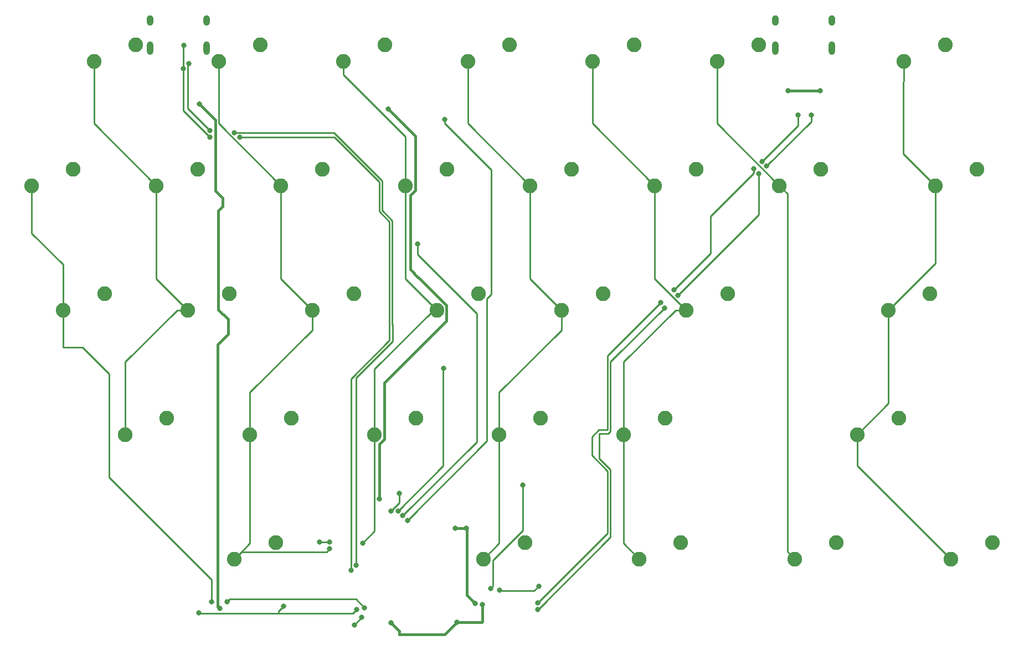
<source format=gbr>
%TF.GenerationSoftware,KiCad,Pcbnew,(5.1.10-1-10_14)*%
%TF.CreationDate,2022-06-17T19:42:32+09:00*%
%TF.ProjectId,pcb-right,7063622d-7269-4676-9874-2e6b69636164,rev?*%
%TF.SameCoordinates,Original*%
%TF.FileFunction,Copper,L1,Top*%
%TF.FilePolarity,Positive*%
%FSLAX46Y46*%
G04 Gerber Fmt 4.6, Leading zero omitted, Abs format (unit mm)*
G04 Created by KiCad (PCBNEW (5.1.10-1-10_14)) date 2022-06-17 19:42:32*
%MOMM*%
%LPD*%
G01*
G04 APERTURE LIST*
%TA.AperFunction,ComponentPad*%
%ADD10C,2.250000*%
%TD*%
%TA.AperFunction,ComponentPad*%
%ADD11O,1.000000X2.100000*%
%TD*%
%TA.AperFunction,ComponentPad*%
%ADD12O,1.000000X1.600000*%
%TD*%
%TA.AperFunction,ViaPad*%
%ADD13C,0.800000*%
%TD*%
%TA.AperFunction,Conductor*%
%ADD14C,0.381000*%
%TD*%
%TA.AperFunction,Conductor*%
%ADD15C,0.250000*%
%TD*%
G04 APERTURE END LIST*
D10*
%TO.P,MX25,2*%
%TO.N,Net-(D25-Pad2)*%
X123190000Y-97313750D03*
%TO.P,MX25,1*%
%TO.N,col5*%
X116840000Y-99853750D03*
%TD*%
%TO.P,MX23,2*%
%TO.N,Net-(D23-Pad2)*%
X130333750Y-59213750D03*
%TO.P,MX23,1*%
%TO.N,col5*%
X123983750Y-61753750D03*
%TD*%
%TO.P,MX32,2*%
%TO.N,Net-(D32-Pad2)*%
X156527500Y-78263750D03*
%TO.P,MX32,1*%
%TO.N,col7*%
X150177500Y-80803750D03*
%TD*%
%TO.P,MX33,2*%
%TO.N,Net-(D33-Pad2)*%
X170815000Y-97313750D03*
%TO.P,MX33,1*%
%TO.N,col7*%
X164465000Y-99853750D03*
%TD*%
%TO.P,MX28,2*%
%TO.N,Net-(D28-Pad2)*%
X147002500Y-97313750D03*
%TO.P,MX28,1*%
%TO.N,col6*%
X140652500Y-99853750D03*
%TD*%
%TO.P,MX20,2*%
%TO.N,Net-(D20-Pad2)*%
X99377500Y-97313750D03*
%TO.P,MX20,1*%
%TO.N,col4*%
X93027500Y-99853750D03*
%TD*%
D11*
%TO.P,USB2,13*%
%TO.N,GND*%
X42035000Y-21639000D03*
X50675000Y-21639000D03*
D12*
X42035000Y-17459000D03*
X50675000Y-17459000D03*
%TD*%
D11*
%TO.P,USB1,13*%
%TO.N,GND*%
X137666000Y-21639000D03*
X146306000Y-21639000D03*
D12*
X137666000Y-17459000D03*
X146306000Y-17459000D03*
%TD*%
D10*
%TO.P,MX31,2*%
%TO.N,Net-(D31-Pad2)*%
X161290000Y-59213750D03*
%TO.P,MX31,1*%
%TO.N,col7*%
X154940000Y-61753750D03*
%TD*%
%TO.P,MX30,2*%
%TO.N,Net-(D30-Pad2)*%
X168433750Y-40163750D03*
%TO.P,MX30,1*%
%TO.N,col7*%
X162083750Y-42703750D03*
%TD*%
%TO.P,MX29,2*%
%TO.N,Net-(D29-Pad2)*%
X163671250Y-21113750D03*
%TO.P,MX29,1*%
%TO.N,col7*%
X157321250Y-23653750D03*
%TD*%
%TO.P,MX27,2*%
%TO.N,Net-(D27-Pad2)*%
X144621250Y-40163750D03*
%TO.P,MX27,1*%
%TO.N,col6*%
X138271250Y-42703750D03*
%TD*%
%TO.P,MX26,2*%
%TO.N,Net-(D26-Pad2)*%
X135096250Y-21113750D03*
%TO.P,MX26,1*%
%TO.N,col6*%
X128746250Y-23653750D03*
%TD*%
%TO.P,MX24,2*%
%TO.N,Net-(D24-Pad2)*%
X120808750Y-78263750D03*
%TO.P,MX24,1*%
%TO.N,col5*%
X114458750Y-80803750D03*
%TD*%
%TO.P,MX22,2*%
%TO.N,Net-(D22-Pad2)*%
X125571250Y-40163750D03*
%TO.P,MX22,1*%
%TO.N,col5*%
X119221250Y-42703750D03*
%TD*%
%TO.P,MX21,2*%
%TO.N,Net-(D21-Pad2)*%
X116046250Y-21113750D03*
%TO.P,MX21,1*%
%TO.N,col5*%
X109696250Y-23653750D03*
%TD*%
%TO.P,MX19,2*%
%TO.N,Net-(D19-Pad2)*%
X101758750Y-78263750D03*
%TO.P,MX19,1*%
%TO.N,col4*%
X95408750Y-80803750D03*
%TD*%
%TO.P,MX18,2*%
%TO.N,Net-(D18-Pad2)*%
X111283750Y-59213750D03*
%TO.P,MX18,1*%
%TO.N,col4*%
X104933750Y-61753750D03*
%TD*%
%TO.P,MX17,2*%
%TO.N,Net-(D17-Pad2)*%
X106521250Y-40163750D03*
%TO.P,MX17,1*%
%TO.N,col4*%
X100171250Y-42703750D03*
%TD*%
%TO.P,MX16,2*%
%TO.N,Net-(D16-Pad2)*%
X96996250Y-21113750D03*
%TO.P,MX16,1*%
%TO.N,col4*%
X90646250Y-23653750D03*
%TD*%
%TO.P,MX15,2*%
%TO.N,Net-(D15-Pad2)*%
X82708750Y-78263750D03*
%TO.P,MX15,1*%
%TO.N,col3*%
X76358750Y-80803750D03*
%TD*%
%TO.P,MX14,2*%
%TO.N,Net-(D14-Pad2)*%
X92233750Y-59213750D03*
%TO.P,MX14,1*%
%TO.N,col3*%
X85883750Y-61753750D03*
%TD*%
%TO.P,MX13,2*%
%TO.N,Net-(D13-Pad2)*%
X87471250Y-40163750D03*
%TO.P,MX13,1*%
%TO.N,col3*%
X81121250Y-42703750D03*
%TD*%
%TO.P,MX12,2*%
%TO.N,Net-(D12-Pad2)*%
X77946250Y-21113750D03*
%TO.P,MX12,1*%
%TO.N,col3*%
X71596250Y-23653750D03*
%TD*%
%TO.P,MX11,2*%
%TO.N,Net-(D11-Pad2)*%
X61277500Y-97313750D03*
%TO.P,MX11,1*%
%TO.N,col2*%
X54927500Y-99853750D03*
%TD*%
%TO.P,MX10,2*%
%TO.N,Net-(D10-Pad2)*%
X63658750Y-78263750D03*
%TO.P,MX10,1*%
%TO.N,col2*%
X57308750Y-80803750D03*
%TD*%
%TO.P,MX9,2*%
%TO.N,Net-(D9-Pad2)*%
X73183750Y-59213750D03*
%TO.P,MX9,1*%
%TO.N,col2*%
X66833750Y-61753750D03*
%TD*%
%TO.P,MX8,2*%
%TO.N,Net-(D8-Pad2)*%
X68421250Y-40163750D03*
%TO.P,MX8,1*%
%TO.N,col2*%
X62071250Y-42703750D03*
%TD*%
%TO.P,MX7,2*%
%TO.N,Net-(D7-Pad2)*%
X58896250Y-21113750D03*
%TO.P,MX7,1*%
%TO.N,col2*%
X52546250Y-23653750D03*
%TD*%
%TO.P,MX6,2*%
%TO.N,Net-(D6-Pad2)*%
X44608750Y-78263750D03*
%TO.P,MX6,1*%
%TO.N,col1*%
X38258750Y-80803750D03*
%TD*%
%TO.P,MX5,2*%
%TO.N,Net-(D5-Pad2)*%
X54133750Y-59213750D03*
%TO.P,MX5,1*%
%TO.N,col1*%
X47783750Y-61753750D03*
%TD*%
%TO.P,MX4,2*%
%TO.N,Net-(D4-Pad2)*%
X49371250Y-40163750D03*
%TO.P,MX4,1*%
%TO.N,col1*%
X43021250Y-42703750D03*
%TD*%
%TO.P,MX3,2*%
%TO.N,Net-(D3-Pad2)*%
X39846250Y-21113750D03*
%TO.P,MX3,1*%
%TO.N,col1*%
X33496250Y-23653750D03*
%TD*%
%TO.P,MX2,2*%
%TO.N,Net-(D2-Pad2)*%
X35083750Y-59213750D03*
%TO.P,MX2,1*%
%TO.N,col0*%
X28733750Y-61753750D03*
%TD*%
%TO.P,MX1,2*%
%TO.N,Net-(D1-Pad2)*%
X30321250Y-40163750D03*
%TO.P,MX1,1*%
%TO.N,col0*%
X23971250Y-42703750D03*
%TD*%
D13*
%TO.N,GND*%
X49558500Y-30197500D03*
X52705000Y-107442000D03*
%TO.N,+5V*%
X91792089Y-106672419D03*
X88945254Y-109519254D03*
X92837000Y-106807000D03*
X90421740Y-95120740D03*
X88706240Y-95120740D03*
X77089000Y-90678000D03*
X78486000Y-30988000D03*
X78867000Y-109601000D03*
X139573000Y-28194000D03*
X144526000Y-28194000D03*
%TO.N,row1*%
X80694113Y-93228176D03*
X82963750Y-51656250D03*
%TO.N,row2*%
X79969113Y-92489500D03*
X86900750Y-70706250D03*
%TO.N,row0*%
X81419113Y-93957648D03*
X87089250Y-32606250D03*
%TO.N,row3*%
X80137000Y-89789000D03*
X78930103Y-92500813D03*
%TO.N,row4*%
X74445871Y-108810500D03*
X73327935Y-109933065D03*
%TO.N,col0*%
X51435000Y-106426000D03*
X53848000Y-106426000D03*
X74867355Y-107359750D03*
%TO.N,col1*%
X69519749Y-97282000D03*
X67938749Y-97282000D03*
%TO.N,col2*%
X69519749Y-98298000D03*
%TO.N,col3*%
X74549000Y-97409000D03*
%TO.N,col6*%
X101473000Y-104013000D03*
X95504000Y-104648000D03*
%TO.N,col7*%
X99060000Y-88519000D03*
X94102347Y-104357000D03*
%TO.N,Net-(R5-Pad1)*%
X141097000Y-31881250D03*
X135608903Y-39016097D03*
X134366000Y-40132000D03*
X122174000Y-58674000D03*
X120142000Y-60579000D03*
X101346000Y-106553000D03*
%TO.N,Net-(R6-Pad1)*%
X143129000Y-31877000D03*
X136316011Y-39723206D03*
X135087052Y-40840569D03*
X122748095Y-59492789D03*
X120696701Y-61411051D03*
X101346000Y-107569000D03*
%TO.N,Net-(R7-Pad2)*%
X73660000Y-107569000D03*
X49530000Y-108077000D03*
X62490669Y-107067669D03*
%TO.N,SD-*%
X73533000Y-100838000D03*
X54963903Y-34571097D03*
X51215273Y-34255727D03*
X48014500Y-24028624D03*
%TO.N,SD+*%
X47117000Y-24804942D03*
X51240240Y-35306000D03*
X55753000Y-35306000D03*
X72771000Y-101600000D03*
X47255709Y-21259308D03*
%TD*%
D14*
%TO.N,GND*%
X53978151Y-65438263D02*
X52391999Y-67024415D01*
X53978151Y-63149237D02*
X53978151Y-65438263D01*
X53176751Y-45851191D02*
X52518691Y-46509251D01*
X52518691Y-61689777D02*
X53978151Y-63149237D01*
X52030740Y-32669740D02*
X52030740Y-43490298D01*
X53176751Y-44636309D02*
X53176751Y-45851191D01*
X52391999Y-67024415D02*
X52391999Y-107128999D01*
X52030740Y-43490298D02*
X53176751Y-44636309D01*
X52391999Y-107128999D02*
X52705000Y-107442000D01*
X52518691Y-46509251D02*
X52518691Y-61689777D01*
X49558500Y-30197500D02*
X52030740Y-32669740D01*
%TO.N,+5V*%
X80137000Y-111379000D02*
X87085508Y-111379000D01*
X90491999Y-99508999D02*
X90464878Y-99481878D01*
X90491999Y-105372329D02*
X90491999Y-99508999D01*
X91792089Y-106672419D02*
X90491999Y-105372329D01*
X88706240Y-95120740D02*
X88804250Y-95218750D01*
X87085508Y-111379000D02*
X88945254Y-109519254D01*
X92755254Y-109519254D02*
X88945254Y-109519254D01*
X92837000Y-109437508D02*
X92755254Y-109519254D01*
X92837000Y-106807000D02*
X92837000Y-109437508D01*
X88706240Y-95120740D02*
X90421740Y-95120740D01*
X90491999Y-95190999D02*
X90491999Y-99508999D01*
X90421740Y-95120740D02*
X90491999Y-95190999D01*
X87399251Y-61026309D02*
X83141942Y-56769000D01*
X77089000Y-90678000D02*
X77089000Y-82316442D01*
X87399251Y-63381191D02*
X87399251Y-61026309D01*
X77874251Y-72906191D02*
X87399251Y-63381191D01*
X77874251Y-81531191D02*
X77874251Y-72906191D01*
X77089000Y-82316442D02*
X77874251Y-81531191D01*
X83141942Y-56769000D02*
X83058000Y-56769000D01*
X82636751Y-35138751D02*
X78486000Y-30988000D01*
X82636751Y-43431191D02*
X82636751Y-35138751D01*
X81848691Y-44219251D02*
X82636751Y-43431191D01*
X81848691Y-55559691D02*
X81848691Y-44219251D01*
X83058000Y-56769000D02*
X81848691Y-55559691D01*
X80137000Y-110871000D02*
X78867000Y-109601000D01*
X80137000Y-111379000D02*
X80137000Y-110871000D01*
X139573000Y-28194000D02*
X144526000Y-28194000D01*
D15*
%TO.N,row1*%
X92012651Y-81909638D02*
X92012651Y-62294651D01*
X80694113Y-93228176D02*
X92012651Y-81909638D01*
X92012651Y-62294651D02*
X82931000Y-53213000D01*
X82931000Y-53213000D02*
X82931000Y-51689000D01*
X82931000Y-51689000D02*
X82963750Y-51656250D01*
%TO.N,row2*%
X86868000Y-70739000D02*
X86900750Y-70706250D01*
X86868000Y-85590613D02*
X86868000Y-70739000D01*
X79969113Y-92489500D02*
X86868000Y-85590613D01*
%TO.N,row0*%
X94234000Y-59359502D02*
X94234000Y-40259000D01*
X93573749Y-81803012D02*
X93573749Y-60019753D01*
X93573749Y-60019753D02*
X94234000Y-59359502D01*
X81419113Y-93957648D02*
X93573749Y-81803012D01*
X94234000Y-40259000D02*
X87122000Y-33147000D01*
X87122000Y-32639000D02*
X87089250Y-32606250D01*
X87122000Y-33147000D02*
X87122000Y-32639000D01*
%TO.N,row3*%
X80137000Y-91293916D02*
X78930103Y-92500813D01*
X80137000Y-89789000D02*
X80137000Y-91293916D01*
%TO.N,row4*%
X74445871Y-108815129D02*
X73327935Y-109933065D01*
X74445871Y-108810500D02*
X74445871Y-108815129D01*
%TO.N,col0*%
X23971250Y-42703750D02*
X23971250Y-50006250D01*
X28733750Y-54768750D02*
X28733750Y-61753750D01*
X23971250Y-50006250D02*
X28733750Y-54768750D01*
X73533606Y-106026001D02*
X74867355Y-107359750D01*
X54247999Y-106026001D02*
X73533606Y-106026001D01*
X53848000Y-106426000D02*
X54247999Y-106026001D01*
X51435000Y-102997000D02*
X51435000Y-106426000D01*
X35788749Y-71507499D02*
X35788749Y-87350749D01*
X28733750Y-61753750D02*
X28733750Y-67468750D01*
X28733750Y-67468750D02*
X31750000Y-67468750D01*
X35788749Y-87350749D02*
X51435000Y-102997000D01*
X31750000Y-67468750D02*
X35788749Y-71507499D01*
%TO.N,col1*%
X33496250Y-33178750D02*
X43021250Y-42703750D01*
X33496250Y-23653750D02*
X33496250Y-33178750D01*
X43021250Y-56991250D02*
X47783750Y-61753750D01*
X43021250Y-42703750D02*
X43021250Y-56991250D01*
X38258750Y-69687760D02*
X38258750Y-80803750D01*
X46192760Y-61753750D02*
X38258750Y-69687760D01*
X47783750Y-61753750D02*
X46192760Y-61753750D01*
X69519749Y-97282000D02*
X67938749Y-97282000D01*
%TO.N,col2*%
X52546250Y-33178750D02*
X62071250Y-42703750D01*
X52546250Y-23653750D02*
X52546250Y-33178750D01*
X62071250Y-56991250D02*
X66833750Y-61753750D01*
X62071250Y-42703750D02*
X62071250Y-56991250D01*
X57308750Y-74324752D02*
X57308750Y-80803750D01*
X66833750Y-64799752D02*
X57308750Y-74324752D01*
X66833750Y-61753750D02*
X66833750Y-64799752D01*
X57308750Y-97472500D02*
X54927500Y-99853750D01*
X57308750Y-80803750D02*
X57308750Y-97472500D01*
X56017499Y-98763751D02*
X54927500Y-99853750D01*
X69053998Y-98763751D02*
X56017499Y-98763751D01*
X69519749Y-98298000D02*
X69053998Y-98763751D01*
%TO.N,col3*%
X85377748Y-61753750D02*
X85883750Y-61753750D01*
X76358750Y-70772748D02*
X85377748Y-61753750D01*
X76358750Y-80803750D02*
X76358750Y-70772748D01*
X81121250Y-56991250D02*
X81121250Y-42703750D01*
X85883750Y-61753750D02*
X81121250Y-56991250D01*
X71596250Y-25687748D02*
X71596250Y-23653750D01*
X81121250Y-35212748D02*
X71596250Y-25687748D01*
X81121250Y-42703750D02*
X81121250Y-35212748D01*
X76358750Y-95599250D02*
X74549000Y-97409000D01*
X76358750Y-80803750D02*
X76358750Y-95599250D01*
%TO.N,col4*%
X90646250Y-33178750D02*
X100171250Y-42703750D01*
X90646250Y-23653750D02*
X90646250Y-33178750D01*
X100171250Y-56991250D02*
X104933750Y-61753750D01*
X100171250Y-42703750D02*
X100171250Y-56991250D01*
X104933750Y-64799752D02*
X95408750Y-74324752D01*
X95408750Y-74324752D02*
X95408750Y-80803750D01*
X104933750Y-61753750D02*
X104933750Y-64799752D01*
X95408750Y-97472500D02*
X93027500Y-99853750D01*
X95408750Y-80803750D02*
X95408750Y-97472500D01*
%TO.N,col5*%
X109696250Y-33178750D02*
X119221250Y-42703750D01*
X109696250Y-23653750D02*
X109696250Y-33178750D01*
X119221250Y-56991250D02*
X123983750Y-61753750D01*
X119221250Y-42703750D02*
X119221250Y-56991250D01*
X114458750Y-69687760D02*
X114458750Y-80803750D01*
X122392760Y-61753750D02*
X114458750Y-69687760D01*
X123983750Y-61753750D02*
X122392760Y-61753750D01*
X114458750Y-97472500D02*
X116840000Y-99853750D01*
X114458750Y-80803750D02*
X114458750Y-97472500D01*
%TO.N,col6*%
X139527501Y-43960001D02*
X138271250Y-42703750D01*
X139527501Y-98728751D02*
X139527501Y-43960001D01*
X140652500Y-99853750D02*
X139527501Y-98728751D01*
X138271250Y-42703750D02*
X128778000Y-33210500D01*
X128778000Y-23685500D02*
X128746250Y-23653750D01*
X128778000Y-33210500D02*
X128778000Y-23685500D01*
X95568651Y-104712651D02*
X95504000Y-104648000D01*
X100773349Y-104712651D02*
X95568651Y-104712651D01*
X101473000Y-104013000D02*
X100773349Y-104712651D01*
%TO.N,col7*%
X154940000Y-76041250D02*
X154940000Y-61753750D01*
X150177500Y-80803750D02*
X154940000Y-76041250D01*
X162083750Y-54610000D02*
X162083750Y-42703750D01*
X154940000Y-61753750D02*
X162083750Y-54610000D01*
X162083750Y-42703750D02*
X157226000Y-37846000D01*
X157321250Y-26699752D02*
X157321250Y-23653750D01*
X157226000Y-26795002D02*
X157321250Y-26699752D01*
X157226000Y-37846000D02*
X157226000Y-26795002D01*
X150161625Y-85550375D02*
X164465000Y-99853750D01*
X150177500Y-85534500D02*
X150161625Y-85550375D01*
X150177500Y-80803750D02*
X150177500Y-85534500D01*
X94477501Y-103981846D02*
X94102347Y-104357000D01*
X94477501Y-100067747D02*
X94477501Y-103981846D01*
X99060000Y-95485248D02*
X94477501Y-100067747D01*
X99060000Y-88519000D02*
X99060000Y-95485248D01*
%TO.N,Net-(R5-Pad1)*%
X141097000Y-31881250D02*
X141097000Y-33528000D01*
X141097000Y-33528000D02*
X135608903Y-39016097D01*
X134366000Y-40765002D02*
X127762000Y-47369002D01*
X134366000Y-40132000D02*
X134366000Y-40765002D01*
X127762000Y-47369002D02*
X127762000Y-53086000D01*
X127762000Y-53086000D02*
X122174000Y-58674000D01*
X111988749Y-68732251D02*
X120142000Y-60579000D01*
X101346000Y-106553000D02*
X111988749Y-95910251D01*
X111988749Y-80111749D02*
X110642251Y-80111749D01*
X111988749Y-80111749D02*
X111988749Y-68732251D01*
X110642251Y-80111749D02*
X109601000Y-81153000D01*
X109601000Y-83997502D02*
X111988749Y-86385251D01*
X109601000Y-81153000D02*
X109601000Y-83997502D01*
X111988749Y-95910251D02*
X111988749Y-86385251D01*
%TO.N,Net-(R6-Pad1)*%
X143129000Y-32910217D02*
X136316011Y-39723206D01*
X143129000Y-31877000D02*
X143129000Y-32910217D01*
X135087052Y-47153832D02*
X122748095Y-59492789D01*
X135087052Y-40840569D02*
X135087052Y-47153832D01*
X120696701Y-61411051D02*
X113273752Y-68834000D01*
X113273752Y-68834000D02*
X113273752Y-68844248D01*
X113273752Y-68844248D02*
X112438759Y-69679241D01*
X112091908Y-80645000D02*
X110745410Y-80645000D01*
X112438759Y-80298149D02*
X112091908Y-80645000D01*
X112438759Y-69679241D02*
X112438759Y-80298149D01*
X112438759Y-86198851D02*
X112438759Y-96533243D01*
X101403002Y-107569000D02*
X101346000Y-107569000D01*
X110745410Y-84505502D02*
X112438759Y-86198851D01*
X112438759Y-96533243D02*
X101403002Y-107569000D01*
X110745410Y-80645000D02*
X110745410Y-84505502D01*
%TO.N,Net-(R7-Pad2)*%
X73660000Y-107569000D02*
X73061999Y-108167001D01*
X49620001Y-108167001D02*
X49530000Y-108077000D01*
X61685001Y-107873337D02*
X61685001Y-108167001D01*
X61685001Y-108167001D02*
X49620001Y-108167001D01*
X62490669Y-107067669D02*
X61685001Y-107873337D01*
X73061999Y-108167001D02*
X61685001Y-108167001D01*
%TO.N,SD-*%
X73533000Y-72137410D02*
X79121000Y-66549410D01*
X73533000Y-100838000D02*
X73533000Y-72137410D01*
X79101259Y-63988259D02*
X79101258Y-48035350D01*
X79121000Y-64008000D02*
X79101259Y-63988259D01*
X79121000Y-66549410D02*
X79121000Y-64008000D01*
X70132507Y-34571097D02*
X54963903Y-34571097D01*
X77539009Y-41977599D02*
X70132507Y-34571097D01*
X77539010Y-46473102D02*
X77539009Y-41977599D01*
X79101258Y-48035350D02*
X77539010Y-46473102D01*
X47842001Y-24201123D02*
X48014500Y-24028624D01*
X47842001Y-30882455D02*
X47842001Y-24201123D01*
X51215273Y-34255727D02*
X47842001Y-30882455D01*
%TO.N,SD+*%
X47117000Y-31182760D02*
X51240240Y-35306000D01*
X47117000Y-24804942D02*
X47117000Y-31182760D01*
X55753000Y-35306000D02*
X70231000Y-35306000D01*
X72771000Y-72263000D02*
X72771000Y-101600000D01*
X78651249Y-66382751D02*
X72771000Y-72263000D01*
X77089000Y-46659502D02*
X78651249Y-48221751D01*
X77089000Y-42164000D02*
X77089000Y-46659502D01*
X70231000Y-35306000D02*
X77089000Y-42164000D01*
X78651249Y-48221751D02*
X78651249Y-66382751D01*
X47117000Y-21398017D02*
X47255709Y-21259308D01*
X47117000Y-24804942D02*
X47117000Y-21398017D01*
%TD*%
M02*

</source>
